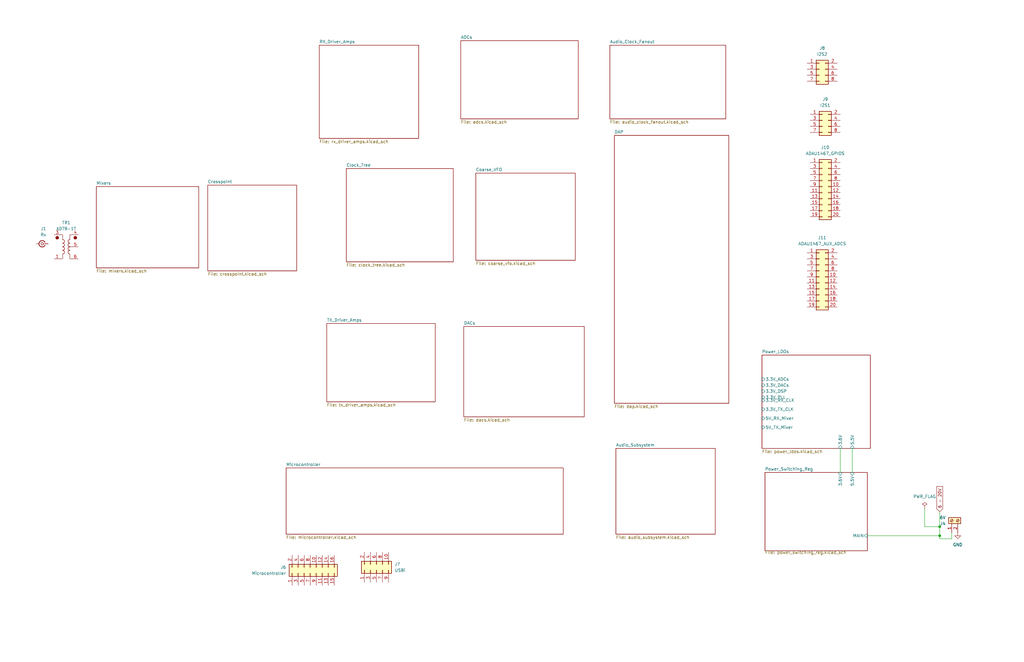
<source format=kicad_sch>
(kicad_sch (version 20250114) (generator "eeschema") (generator_version "9.0")
  (paper "B")
  (title_block (title "HF Software Defined Radio with Polyphase Mixer (12 Phase)") (date "2025-12-31") (rev "0.0") (company "Andy McCann KA3KAF and Doug McCann KA3KAG"))
  (lib_symbols
    (symbol "Connector:Conn_Coaxial_Small" (pin_numbers (hide yes)) (pin_names (offset 1.016) (hide yes))
      (property "Reference" "J" (at 0.254 3.048 0))
      (property "Value" "Conn_Coaxial_Small" (at 0 -3.81 0))
      (symbol "Conn_Coaxial_Small_0_1"
        (polyline (pts (xy -2.54 0) (xy -0.508 0)))
        (circle (center 0 0) (radius 0.508) (stroke (width 0.2032)))
      )
      (symbol "Conn_Coaxial_Small_1_1"
        (arc (start 1.3484 0.0039) (mid 0.327 -1.308) (end -1.1916 -0.6311) (stroke (width 0.3048)))
        (arc (start -1.1916 0.6311) (mid 0.327 1.3081) (end 1.3484 -0.0039) (stroke (width 0.3048)))
        (pin passive line (at -2.54 0 0) (length 1.27) (name "In") (number "1"))
        (pin passive line (at 2.54 0 180) (length 1.27) (name "Ext") (number "2"))
      )
    )
    (symbol "Connector:Screw_Terminal_01x02" (pin_names (offset 1.016) (hide yes))
      (property "Reference" "J" (at 0 2.54 0))
      (property "Value" "Screw_Terminal_01x02" (at 0 -5.08 0))
      (symbol "Screw_Terminal_01x02_1_1"
        (rectangle (start -1.27 1.27) (end 1.27 -3.81) (stroke (width 0.254)) (fill (type background)))
        (polyline (pts (xy -0.5334 0.3302) (xy 0.3302 -0.508)) (stroke (width 0.1524)))
        (polyline (pts (xy -0.5334 -2.2098) (xy 0.3302 -3.048)) (stroke (width 0.1524)))
        (polyline (pts (xy -0.3556 0.508) (xy 0.508 -0.3302)) (stroke (width 0.1524)))
        (polyline (pts (xy -0.3556 -2.032) (xy 0.508 -2.8702)) (stroke (width 0.1524)))
        (circle (center 0 0) (radius 0.635) (stroke (width 0.1524)))
        (circle (center 0 -2.54) (radius 0.635) (stroke (width 0.1524)))
        (pin passive line (at -5.08 0 0) (length 3.81) (name "Pin_1") (number "1"))
        (pin passive line (at -5.08 -2.54 0) (length 3.81) (name "Pin_2") (number "2"))
      )
    )
    (symbol "Connector_Generic:Conn_02x04_Odd_Even" (pin_names (offset 1.016) (hide yes))
      (property "Reference" "J" (at 1.27 5.08 0))
      (property "Value" "Conn_02x04_Odd_Even" (at 1.27 -7.62 0))
      (symbol "Conn_02x04_Odd_Even_1_1"
        (rectangle (start -1.27 3.81) (end 3.81 -6.35) (stroke (width 0.254)) (fill (type background)))
        (rectangle (start -1.27 2.667) (end 0 2.413) (stroke (width 0.1524)))
        (rectangle (start -1.27 0.127) (end 0 -0.127) (stroke (width 0.1524)))
        (rectangle (start -1.27 -2.413) (end 0 -2.667) (stroke (width 0.1524)))
        (rectangle (start -1.27 -4.953) (end 0 -5.207) (stroke (width 0.1524)))
        (rectangle (start 3.81 2.667) (end 2.54 2.413) (stroke (width 0.1524)))
        (rectangle (start 3.81 0.127) (end 2.54 -0.127) (stroke (width 0.1524)))
        (rectangle (start 3.81 -2.413) (end 2.54 -2.667) (stroke (width 0.1524)))
        (rectangle (start 3.81 -4.953) (end 2.54 -5.207) (stroke (width 0.1524)))
        (pin passive line (at -5.08 2.54 0) (length 3.81) (name "Pin_1") (number "1"))
        (pin passive line (at -5.08 0 0) (length 3.81) (name "Pin_3") (number "3"))
        (pin passive line (at -5.08 -2.54 0) (length 3.81) (name "Pin_5") (number "5"))
        (pin passive line (at -5.08 -5.08 0) (length 3.81) (name "Pin_7") (number "7"))
        (pin passive line (at 7.62 2.54 180) (length 3.81) (name "Pin_2") (number "2"))
        (pin passive line (at 7.62 0 180) (length 3.81) (name "Pin_4") (number "4"))
        (pin passive line (at 7.62 -2.54 180) (length 3.81) (name "Pin_6") (number "6"))
        (pin passive line (at 7.62 -5.08 180) (length 3.81) (name "Pin_8") (number "8"))
      )
    )
    (symbol "Connector_Generic:Conn_02x05_Odd_Even" (pin_names (offset 1.016) (hide yes))
      (property "Reference" "J" (at 1.27 7.62 0))
      (property "Value" "Conn_02x05_Odd_Even" (at 1.27 -7.62 0))
      (symbol "Conn_02x05_Odd_Even_1_1"
        (rectangle (start -1.27 6.35) (end 3.81 -6.35) (stroke (width 0.254)) (fill (type background)))
        (rectangle (start -1.27 5.207) (end 0 4.953) (stroke (width 0.1524)))
        (rectangle (start -1.27 2.667) (end 0 2.413) (stroke (width 0.1524)))
        (rectangle (start -1.27 0.127) (end 0 -0.127) (stroke (width 0.1524)))
        (rectangle (start -1.27 -2.413) (end 0 -2.667) (stroke (width 0.1524)))
        (rectangle (start -1.27 -4.953) (end 0 -5.207) (stroke (width 0.1524)))
        (rectangle (start 3.81 5.207) (end 2.54 4.953) (stroke (width 0.1524)))
        (rectangle (start 3.81 2.667) (end 2.54 2.413) (stroke (width 0.1524)))
        (rectangle (start 3.81 0.127) (end 2.54 -0.127) (stroke (width 0.1524)))
        (rectangle (start 3.81 -2.413) (end 2.54 -2.667) (stroke (width 0.1524)))
        (rectangle (start 3.81 -4.953) (end 2.54 -5.207) (stroke (width 0.1524)))
        (pin passive line (at -5.08 5.08 0) (length 3.81) (name "Pin_1") (number "1"))
        (pin passive line (at -5.08 2.54 0) (length 3.81) (name "Pin_3") (number "3"))
        (pin passive line (at -5.08 0 0) (length 3.81) (name "Pin_5") (number "5"))
        (pin passive line (at -5.08 -2.54 0) (length 3.81) (name "Pin_7") (number "7"))
        (pin passive line (at -5.08 -5.08 0) (length 3.81) (name "Pin_9") (number "9"))
        (pin passive line (at 7.62 5.08 180) (length 3.81) (name "Pin_2") (number "2"))
        (pin passive line (at 7.62 2.54 180) (length 3.81) (name "Pin_4") (number "4"))
        (pin passive line (at 7.62 0 180) (length 3.81) (name "Pin_6") (number "6"))
        (pin passive line (at 7.62 -2.54 180) (length 3.81) (name "Pin_8") (number "8"))
        (pin passive line (at 7.62 -5.08 180) (length 3.81) (name "Pin_10") (number "10"))
      )
    )
    (symbol "Connector_Generic:Conn_02x08_Odd_Even" (pin_names (offset 1.016) (hide yes))
      (property "Reference" "J" (at 1.27 10.16 0))
      (property "Value" "Conn_02x08_Odd_Even" (at 1.27 -12.7 0))
      (symbol "Conn_02x08_Odd_Even_1_1"
        (rectangle (start -1.27 8.89) (end 3.81 -11.43) (stroke (width 0.254)) (fill (type background)))
        (rectangle (start -1.27 7.747) (end 0 7.493) (stroke (width 0.1524)))
        (rectangle (start -1.27 5.207) (end 0 4.953) (stroke (width 0.1524)))
        (rectangle (start -1.27 2.667) (end 0 2.413) (stroke (width 0.1524)))
        (rectangle (start -1.27 0.127) (end 0 -0.127) (stroke (width 0.1524)))
        (rectangle (start -1.27 -2.413) (end 0 -2.667) (stroke (width 0.1524)))
        (rectangle (start -1.27 -4.953) (end 0 -5.207) (stroke (width 0.1524)))
        (rectangle (start -1.27 -7.493) (end 0 -7.747) (stroke (width 0.1524)))
        (rectangle (start -1.27 -10.033) (end 0 -10.287) (stroke (width 0.1524)))
        (rectangle (start 3.81 7.747) (end 2.54 7.493) (stroke (width 0.1524)))
        (rectangle (start 3.81 5.207) (end 2.54 4.953) (stroke (width 0.1524)))
        (rectangle (start 3.81 2.667) (end 2.54 2.413) (stroke (width 0.1524)))
        (rectangle (start 3.81 0.127) (end 2.54 -0.127) (stroke (width 0.1524)))
        (rectangle (start 3.81 -2.413) (end 2.54 -2.667) (stroke (width 0.1524)))
        (rectangle (start 3.81 -4.953) (end 2.54 -5.207) (stroke (width 0.1524)))
        (rectangle (start 3.81 -7.493) (end 2.54 -7.747) (stroke (width 0.1524)))
        (rectangle (start 3.81 -10.033) (end 2.54 -10.287) (stroke (width 0.1524)))
        (pin passive line (at -5.08 7.62 0) (length 3.81) (name "Pin_1") (number "1"))
        (pin passive line (at -5.08 5.08 0) (length 3.81) (name "Pin_3") (number "3"))
        (pin passive line (at -5.08 2.54 0) (length 3.81) (name "Pin_5") (number "5"))
        (pin passive line (at -5.08 0 0) (length 3.81) (name "Pin_7") (number "7"))
        (pin passive line (at -5.08 -2.54 0) (length 3.81) (name "Pin_9") (number "9"))
        (pin passive line (at -5.08 -5.08 0) (length 3.81) (name "Pin_11") (number "11"))
        (pin passive line (at -5.08 -7.62 0) (length 3.81) (name "Pin_13") (number "13"))
        (pin passive line (at -5.08 -10.16 0) (length 3.81) (name "Pin_15") (number "15"))
        (pin passive line (at 7.62 7.62 180) (length 3.81) (name "Pin_2") (number "2"))
        (pin passive line (at 7.62 5.08 180) (length 3.81) (name "Pin_4") (number "4"))
        (pin passive line (at 7.62 2.54 180) (length 3.81) (name "Pin_6") (number "6"))
        (pin passive line (at 7.62 0 180) (length 3.81) (name "Pin_8") (number "8"))
        (pin passive line (at 7.62 -2.54 180) (length 3.81) (name "Pin_10") (number "10"))
        (pin passive line (at 7.62 -5.08 180) (length 3.81) (name "Pin_12") (number "12"))
        (pin passive line (at 7.62 -7.62 180) (length 3.81) (name "Pin_14") (number "14"))
        (pin passive line (at 7.62 -10.16 180) (length 3.81) (name "Pin_16") (number "16"))
      )
    )
    (symbol "Connector_Generic:Conn_02x10_Odd_Even" (pin_names (offset 1.016) (hide yes))
      (property "Reference" "J" (at 1.27 12.7 0))
      (property "Value" "Conn_02x10_Odd_Even" (at 1.27 -15.24 0))
      (symbol "Conn_02x10_Odd_Even_1_1"
        (rectangle (start -1.27 11.43) (end 3.81 -13.97) (stroke (width 0.254)) (fill (type background)))
        (rectangle (start -1.27 10.287) (end 0 10.033) (stroke (width 0.1524)))
        (rectangle (start -1.27 7.747) (end 0 7.493) (stroke (width 0.1524)))
        (rectangle (start -1.27 5.207) (end 0 4.953) (stroke (width 0.1524)))
        (rectangle (start -1.27 2.667) (end 0 2.413) (stroke (width 0.1524)))
        (rectangle (start -1.27 0.127) (end 0 -0.127) (stroke (width 0.1524)))
        (rectangle (start -1.27 -2.413) (end 0 -2.667) (stroke (width 0.1524)))
        (rectangle (start -1.27 -4.953) (end 0 -5.207) (stroke (width 0.1524)))
        (rectangle (start -1.27 -7.493) (end 0 -7.747) (stroke (width 0.1524)))
        (rectangle (start -1.27 -10.033) (end 0 -10.287) (stroke (width 0.1524)))
        (rectangle (start -1.27 -12.573) (end 0 -12.827) (stroke (width 0.1524)))
        (rectangle (start 3.81 10.287) (end 2.54 10.033) (stroke (width 0.1524)))
        (rectangle (start 3.81 7.747) (end 2.54 7.493) (stroke (width 0.1524)))
        (rectangle (start 3.81 5.207) (end 2.54 4.953) (stroke (width 0.1524)))
        (rectangle (start 3.81 2.667) (end 2.54 2.413) (stroke (width 0.1524)))
        (rectangle (start 3.81 0.127) (end 2.54 -0.127) (stroke (width 0.1524)))
        (rectangle (start 3.81 -2.413) (end 2.54 -2.667) (stroke (width 0.1524)))
        (rectangle (start 3.81 -4.953) (end 2.54 -5.207) (stroke (width 0.1524)))
        (rectangle (start 3.81 -7.493) (end 2.54 -7.747) (stroke (width 0.1524)))
        (rectangle (start 3.81 -10.033) (end 2.54 -10.287) (stroke (width 0.1524)))
        (rectangle (start 3.81 -12.573) (end 2.54 -12.827) (stroke (width 0.1524)))
        (pin passive line (at -5.08 10.16 0) (length 3.81) (name "Pin_1") (number "1"))
        (pin passive line (at -5.08 7.62 0) (length 3.81) (name "Pin_3") (number "3"))
        (pin passive line (at -5.08 5.08 0) (length 3.81) (name "Pin_5") (number "5"))
        (pin passive line (at -5.08 2.54 0) (length 3.81) (name "Pin_7") (number "7"))
        (pin passive line (at -5.08 0 0) (length 3.81) (name "Pin_9") (number "9"))
        (pin passive line (at -5.08 -2.54 0) (length 3.81) (name "Pin_11") (number "11"))
        (pin passive line (at -5.08 -5.08 0) (length 3.81) (name "Pin_13") (number "13"))
        (pin passive line (at -5.08 -7.62 0) (length 3.81) (name "Pin_15") (number "15"))
        (pin passive line (at -5.08 -10.16 0) (length 3.81) (name "Pin_17") (number "17"))
        (pin passive line (at -5.08 -12.7 0) (length 3.81) (name "Pin_19") (number "19"))
        (pin passive line (at 7.62 10.16 180) (length 3.81) (name "Pin_2") (number "2"))
        (pin passive line (at 7.62 7.62 180) (length 3.81) (name "Pin_4") (number "4"))
        (pin passive line (at 7.62 5.08 180) (length 3.81) (name "Pin_6") (number "6"))
        (pin passive line (at 7.62 2.54 180) (length 3.81) (name "Pin_8") (number "8"))
        (pin passive line (at 7.62 0 180) (length 3.81) (name "Pin_10") (number "10"))
        (pin passive line (at 7.62 -2.54 180) (length 3.81) (name "Pin_12") (number "12"))
        (pin passive line (at 7.62 -5.08 180) (length 3.81) (name "Pin_14") (number "14"))
        (pin passive line (at 7.62 -7.62 180) (length 3.81) (name "Pin_16") (number "16"))
        (pin passive line (at 7.62 -10.16 180) (length 3.81) (name "Pin_18") (number "18"))
        (pin passive line (at 7.62 -12.7 180) (length 3.81) (name "Pin_20") (number "20"))
      )
    )
    (symbol "Transformer:ADT9-1T" (pin_names (hide yes))
      (property "Reference" "TR" (at 0 6.35 0))
      (property "Value" "ADT9-1T" (at 0 -6.985 0))
      (symbol "ADT9-1T_0_1"
        (circle (center -3.81 3.81) (radius 0.635) (fill (type outline)))
        (polyline (pts (xy -2.54 5.08) (xy -1.524 5.08) (xy -1.524 3.048)) (stroke (width 0.1524)))
        (arc (start -1.524 3.048) (mid -0.7653 2.286) (end -1.524 1.524) (stroke (width 0.2032)))
        (arc (start -1.524 1.524) (mid -0.7653 0.762) (end -1.524 0) (stroke (width 0.2032)))
        (arc (start -1.524 0) (mid -0.7653 -0.762) (end -1.524 -1.524) (stroke (width 0.2032)))
        (arc (start -1.524 -1.524) (mid -0.7653 -2.286) (end -1.524 -3.048) (stroke (width 0.2032)))
        (polyline (pts (xy -1.524 -3.048) (xy -1.524 -5.08) (xy -2.54 -5.08)) (stroke (width 0.1524)))
        (polyline (pts (xy 1.524 3.048) (xy 1.524 5.08) (xy 2.54 5.08)) (stroke (width 0.1524)))
        (arc (start 1.524 1.524) (mid 0.7653 2.286) (end 1.524 3.048) (stroke (width 0.2032)))
        (arc (start 1.524 0) (mid 0.7653 0.762) (end 1.524 1.524) (stroke (width 0.2032)))
        (arc (start 1.524 -1.524) (mid 0.7653 -0.762) (end 1.524 0) (stroke (width 0.2032)))
        (arc (start 1.524 -3.048) (mid 0.7653 -2.286) (end 1.524 -1.524) (stroke (width 0.2032)))
        (polyline (pts (xy 2.54 0) (xy 1.27 0)) (stroke (width 0.1524)))
        (polyline (pts (xy 2.54 -5.08) (xy 1.524 -5.08) (xy 1.524 -3.048)) (stroke (width 0.1524)))
        (circle (center 3.81 3.81) (radius 0.635) (fill (type outline)))
      )
      (symbol "ADT9-1T_1_1"
        (pin passive line (at -5.08 5.08 0) (length 2.54) (name "~") (number "3"))
        (pin passive line (at -5.08 -5.08 0) (length 2.54) (name "~") (number "1"))
        (pin no_connect line (at -2.54 0 0) (length 2.54) (hide yes) (name "~") (number "2"))
        (pin passive line (at 5.08 5.08 180) (length 2.54) (name "~") (number "4"))
        (pin passive line (at 5.08 0 180) (length 2.54) (name "~") (number "5"))
        (pin passive line (at 5.08 -5.08 180) (length 2.54) (name "~") (number "6"))
      )
    )
    (symbol "power:GND" (power) (pin_numbers (hide yes)) (pin_names (offset 0) (hide yes))
      (property "Value" "GND" (at 0 -3.81 0))
      (symbol "GND_0_1"
        (polyline (pts (xy 0 0) (xy 0 -1.27) (xy 1.27 -1.27) (xy 0 -2.54) (xy -1.27 -1.27) (xy 0 -1.27)))
      )
      (symbol "GND_1_1"
        (pin power_in line (at 0 0 270) (length 0) (name "~") (number "1"))
      )
    )
    (symbol "power:PWR_FLAG" (power) (pin_numbers (hide yes)) (pin_names (offset 0) (hide yes))
      (property "Value" "PWR_FLAG" (at 0 3.81 0))
      (symbol "PWR_FLAG_0_0"
        (pin power_out line (at 0 0 90) (length 0) (name "~") (number "1"))
      )
      (symbol "PWR_FLAG_0_1"
        (polyline (pts (xy 0 0) (xy 0 1.27) (xy -1.016 1.905) (xy 0 2.54) (xy 1.016 1.905) (xy 0 1.27)))
      )
    )
  )
  (junction (at 396.24 226.06))
  (junction (at 396.24 222.25))
  (wire (pts (xy 401.32 227.33) (xy 396.24 227.33)))
  (wire (pts (xy 396.24 226.06) (xy 396.24 227.33)))
  (wire (pts (xy 396.24 222.25) (xy 396.24 226.06)))
  (wire (pts (xy 401.32 224.79) (xy 401.32 227.33)))
  (wire (pts (xy 389.89 214.63) (xy 389.89 222.25)))
  (wire (pts (xy 354.33 189.23) (xy 354.33 199.39)))
  (wire (pts (xy 365.76 226.06) (xy 396.24 226.06)))
  (wire (pts (xy 389.89 222.25) (xy 396.24 222.25)))
  (wire (pts (xy 396.24 215.9) (xy 396.24 222.25)))
  (wire (pts (xy 359.41 189.23) (xy 359.41 199.39)))
  (global_label "6 - 20V" (shape input) (at 396.24 215.9 90) (property "Intersheetrefs" "${INTERSHEET_REFS}" (effects (hide yes))))
  (symbol (lib_id "Connector:Screw_Terminal_01x02") (at 401.32 219.71 90) (unit 1)
    (property "Reference" "J4" (at 398.78 220.9801 90) (effects (justify left)))
    (property "Value" "6V" (at 398.78 218.4401 90) (effects (justify left)))
    (property "Description" "Generic screw terminal, single row, 01x02, script generated (kicad-library-utils/schlib/autogen/connector/)" (effects (hide yes)))
  )
  (symbol (lib_id "Connector_Generic:Conn_02x08_Odd_Even") (at 130.81 241.935 90) (unit 1)
    (property "Reference" "J6" (at 120.65 239.3949 90) (effects (justify left)))
    (property "Value" "Microcontroller" (at 120.65 241.9349 90) (effects (justify left)))
    (property "Description" "Generic connector, double row, 02x08, odd/even pin numbering scheme (row 1 odd numbers, row 2 even numbers), script generated (kicad-library-utils/schlib/autogen/connector/)" (effects (hide yes)))
  )
  (symbol (lib_id "Connector_Generic:Conn_02x05_Odd_Even") (at 158.75 240.665 90) (unit 1)
    (property "Reference" "J7" (at 166.37 238.1249 90) (effects (justify right)))
    (property "Value" "USBi" (at 166.37 240.6649 90) (effects (justify right)))
    (property "Description" "Generic connector, double row, 02x05, odd/even pin numbering scheme (row 1 odd numbers, row 2 even numbers), script generated (kicad-library-utils/schlib/autogen/connector/)" (effects (hide yes)))
  )
  (symbol (lib_id "Connector_Generic:Conn_02x04_Odd_Even") (at 346.71 50.8 0) (unit 1)
    (property "Reference" "J9" (at 347.98 41.91 0))
    (property "Value" "I2S1" (at 347.98 44.45 0))
    (property "Description" "Generic connector, double row, 02x04, odd/even pin numbering scheme (row 1 odd numbers, row 2 even numbers), script generated (kicad-library-utils/schlib/autogen/connector/)" (effects (hide yes)))
  )
  (symbol (lib_id "Connector:Conn_Coaxial_Small") (at 17.78 102.87 180) (unit 1)
    (property "Reference" "J1" (at 18.2995 96.52 0))
    (property "Value" "Rx" (at 18.2995 99.06 0))
    (property "Description" "small coaxial connector (BNC, SMA, SMB, SMC, Cinch/RCA, LEMO, ...)" (effects (hide yes)))
  )
  (symbol (lib_id "Connector_Generic:Conn_02x04_Odd_Even") (at 345.44 29.21 0) (unit 1)
    (property "Reference" "J8" (at 346.71 20.32 0))
    (property "Value" "I2S2" (at 346.71 22.86 0))
    (property "Description" "Generic connector, double row, 02x04, odd/even pin numbering scheme (row 1 odd numbers, row 2 even numbers), script generated (kicad-library-utils/schlib/autogen/connector/)" (effects (hide yes)))
  )
  (symbol (lib_id "Connector_Generic:Conn_02x10_Odd_Even") (at 345.44 116.84 0) (unit 1)
    (property "Reference" "J11" (at 346.71 100.33 0))
    (property "Value" "ADAU1467_AUX_ADCS" (at 346.71 102.87 0))
    (property "Description" "Generic connector, double row, 02x10, odd/even pin numbering scheme (row 1 odd numbers, row 2 even numbers), script generated (kicad-library-utils/schlib/autogen/connector/)" (effects (hide yes)))
  )
  (symbol (lib_id "Transformer:ADT9-1T") (at 27.94 104.14 0) (unit 1)
    (property "Reference" "TR1" (at 27.94 93.98 0))
    (property "Value" "ADT9-1T" (at 27.94 96.52 0))
    (property "Footprint" "RF_Mini-Circuits:Mini-Circuits_CD542_H2.84mm" (effects (hide yes)))
    (property "Datasheet" "https://www.minicircuits.com/pdfs/ADT9-1T+.pdf" (effects (hide yes)))
    (property "Description" "1-250MHz 1:9 RF Transformer, Unbalanced to Balanced Center Tap, CD542" (effects (hide yes)))
  )
  (symbol (lib_id "Connector_Generic:Conn_02x10_Odd_Even") (at 346.71 78.74 0) (unit 1)
    (property "Reference" "J10" (at 347.98 62.23 0))
    (property "Value" "ADAU1467_GPIOS" (at 347.98 64.77 0))
    (property "Description" "Generic connector, double row, 02x10, odd/even pin numbering scheme (row 1 odd numbers, row 2 even numbers), script generated (kicad-library-utils/schlib/autogen/connector/)" (effects (hide yes)))
  )
  (symbol (lib_id "power:GND") (at 403.86 224.79 0) (unit 1)
    (property "Reference" "#PWR033" (effects (hide yes)))
    (property "Value" "GND" (at 403.86 229.87 0))
    (property "Description" "Power symbol creates a global label with name \"GND\" , ground" (effects (hide yes)))
  )
  (symbol (lib_id "power:PWR_FLAG") (at 389.89 214.63 0) (unit 1)
    (property "Reference" "#FLG01" (effects (hide yes)))
    (property "Value" "PWR_FLAG" (at 389.89 209.55 0))
    (property "Description" "Special symbol for telling ERC where power comes from" (effects (hide yes)))
  )
  (sheet (at 195.58 137.795) (size 50.8 38.1) (stroke (width 0.1524))
    (property "Sheetname" "DACs" (at 195.58 137.0834 0) (effects (justify left bottom)))
    (property "Sheetfile" "dacs.kicad_sch" (at 195.58 176.4796 0) (effects (justify left top)))
  )
  (sheet (at 87.63 78.105) (size 37.465 36.195) (stroke (width 0.1524))
    (property "Sheetname" "Crosspoint" (at 87.63 77.3934 0) (effects (justify left bottom)))
    (property "Sheetfile" "crosspoint.kicad_sch" (at 87.63 114.8846 0) (effects (justify left top)))
  )
  (sheet (at 120.65 197.485) (size 116.84 27.94) (stroke (width 0.1524))
    (property "Sheetname" "Microcontroller" (at 120.65 196.7734 0) (effects (justify left bottom)))
    (property "Sheetfile" "microcontroller.kicad_sch" (at 120.65 226.0096 0) (effects (justify left top)))
  )
  (sheet (at 322.58 199.39) (size 43.18 33.02) (stroke (width 0.1524))
    (property "Sheetname" "Power_Switching_Reg" (at 322.58 198.6784 0) (effects (justify left bottom)))
    (property "Sheetfile" "power_switching_reg.kicad_sch" (at 322.58 232.3596 0) (effects (justify left top)))
    (pin "MAIN" input (at 365.76 226.06 0))
    (pin "3.6V" input (at 354.33 199.39 90))
    (pin "5.5V" input (at 359.41 199.39 90))
  )
  (sheet (at 146.05 71.12) (size 45.085 39.37) (stroke (width 0.1524))
    (property "Sheetname" "Clock_Tree" (at 146.05 70.4084 0) (effects (justify left bottom)))
    (property "Sheetfile" "clock_tree.kicad_sch" (at 146.05 111.0746 0) (effects (justify left top)))
  )
  (sheet (at 200.66 73.025) (size 41.91 36.83) (stroke (width 0.1524))
    (property "Sheetname" "Coarse_VFO" (at 200.66 72.3134 0) (effects (justify left bottom)))
    (property "Sheetfile" "coarse_vfo.kicad_sch" (at 200.66 110.4396 0) (effects (justify left top)))
  )
  (sheet (at 259.715 189.23) (size 41.91 36.195) (stroke (width 0.1524))
    (property "Sheetname" "Audio_Subsystem" (at 259.715 188.5184 0) (effects (justify left bottom)))
    (property "Sheetfile" "audio_subsystem.kicad_sch" (at 259.715 226.0096 0) (effects (justify left top)))
  )
  (sheet (at 194.31 17.145) (size 49.53 33.02) (stroke (width 0.1524))
    (property "Sheetname" "ADCs" (at 194.31 16.4334 0) (effects (justify left bottom)))
    (property "Sheetfile" "adcs.kicad_sch" (at 194.31 50.7496 0) (effects (justify left top)))
  )
  (sheet (at 321.31 149.86) (size 45.72 39.37) (stroke (width 0.1524))
    (property "Sheetname" "Power_LDOs" (at 321.31 149.1484 0) (effects (justify left bottom)))
    (property "Sheetfile" "power_ldos.kicad_sch" (at 321.31 189.8146 0) (effects (justify left top)))
    (pin "5V_TX_Mixer" input (at 321.31 180.34 180))
    (pin "5.5V" input (at 359.41 189.23 270))
    (pin "3.6V" input (at 354.33 189.23 270))
    (pin "3.3V_ADCs" input (at 321.31 160.02 180))
    (pin "3.3V_DACs" input (at 321.31 162.56 180))
    (pin "3.3V_DSP" input (at 321.31 165.1 180))
    (pin "3.3V_PLL" input (at 321.31 167.64 180))
    (pin "3.3V_RX_CLK" input (at 321.31 168.91 180))
    (pin "3.3V_TX_CLK" input (at 321.31 172.72 180))
    (pin "5V_RX_Mixer" input (at 321.31 176.53 180))
  )
  (sheet (at 40.64 78.74) (size 43.18 34.29) (stroke (width 0.1524))
    (property "Sheetname" "Mixers" (at 40.64 78.0284 0) (effects (justify left bottom)))
    (property "Sheetfile" "mixers.kicad_sch" (at 40.64 113.6146 0) (effects (justify left top)))
  )
  (sheet (at 137.795 136.525) (size 45.72 33.02) (stroke (width 0.1524))
    (property "Sheetname" "TX_Driver_Amps" (at 137.795 135.8134 0) (effects (justify left bottom)))
    (property "Sheetfile" "tx_driver_amps.kicad_sch" (at 137.795 170.1296 0) (effects (justify left top)))
  )
  (sheet (at 134.62 19.05) (size 41.91 39.37) (stroke (width 0.1524))
    (property "Sheetname" "RX_Driver_Amps" (at 134.62 18.3384 0) (effects (justify left bottom)))
    (property "Sheetfile" "rx_driver_amps.kicad_sch" (at 134.62 59.0046 0) (effects (justify left top)))
  )
  (sheet (at 257.175 19.05) (size 48.895 31.115) (stroke (width 0.1524))
    (property "Sheetname" "Audio_Clock_Fanout" (at 257.175 18.3384 0) (effects (justify left bottom)))
    (property "Sheetfile" "audio_clock_fanout.kicad_sch" (at 257.175 50.7496 0) (effects (justify left top)))
  )
  (sheet (at 259.08 57.15) (size 48.26 113.03) (stroke (width 0.1524))
    (property "Sheetname" "DAP" (at 259.08 56.4384 0) (effects (justify left bottom)))
    (property "Sheetfile" "dap.kicad_sch" (at 259.08 170.7646 0) (effects (justify left top)))
  )
)
</source>
